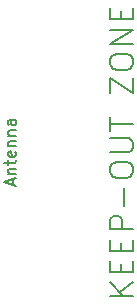
<source format=gbr>
%TF.GenerationSoftware,KiCad,Pcbnew,9.0.2*%
%TF.CreationDate,2025-09-05T17:13:16+02:00*%
%TF.ProjectId,LLM Business Card,4c4c4d20-4275-4736-996e-657373204361,rev?*%
%TF.SameCoordinates,Original*%
%TF.FileFunction,Other,Comment*%
%FSLAX46Y46*%
G04 Gerber Fmt 4.6, Leading zero omitted, Abs format (unit mm)*
G04 Created by KiCad (PCBNEW 9.0.2) date 2025-09-05 17:13:16*
%MOMM*%
%LPD*%
G01*
G04 APERTURE LIST*
%ADD10C,0.150000*%
G04 APERTURE END LIST*
D10*
X192657438Y-139242857D02*
X190657438Y-139242857D01*
X192657438Y-138100000D02*
X191514580Y-138957143D01*
X190657438Y-138100000D02*
X191800295Y-139242857D01*
X191609819Y-137242857D02*
X191609819Y-136576190D01*
X192657438Y-136290476D02*
X192657438Y-137242857D01*
X192657438Y-137242857D02*
X190657438Y-137242857D01*
X190657438Y-137242857D02*
X190657438Y-136290476D01*
X191609819Y-135433333D02*
X191609819Y-134766666D01*
X192657438Y-134480952D02*
X192657438Y-135433333D01*
X192657438Y-135433333D02*
X190657438Y-135433333D01*
X190657438Y-135433333D02*
X190657438Y-134480952D01*
X192657438Y-133623809D02*
X190657438Y-133623809D01*
X190657438Y-133623809D02*
X190657438Y-132861904D01*
X190657438Y-132861904D02*
X190752676Y-132671428D01*
X190752676Y-132671428D02*
X190847914Y-132576190D01*
X190847914Y-132576190D02*
X191038390Y-132480952D01*
X191038390Y-132480952D02*
X191324104Y-132480952D01*
X191324104Y-132480952D02*
X191514580Y-132576190D01*
X191514580Y-132576190D02*
X191609819Y-132671428D01*
X191609819Y-132671428D02*
X191705057Y-132861904D01*
X191705057Y-132861904D02*
X191705057Y-133623809D01*
X191895533Y-131623809D02*
X191895533Y-130100000D01*
X190657438Y-128766667D02*
X190657438Y-128385714D01*
X190657438Y-128385714D02*
X190752676Y-128195238D01*
X190752676Y-128195238D02*
X190943152Y-128004762D01*
X190943152Y-128004762D02*
X191324104Y-127909524D01*
X191324104Y-127909524D02*
X191990771Y-127909524D01*
X191990771Y-127909524D02*
X192371723Y-128004762D01*
X192371723Y-128004762D02*
X192562200Y-128195238D01*
X192562200Y-128195238D02*
X192657438Y-128385714D01*
X192657438Y-128385714D02*
X192657438Y-128766667D01*
X192657438Y-128766667D02*
X192562200Y-128957143D01*
X192562200Y-128957143D02*
X192371723Y-129147619D01*
X192371723Y-129147619D02*
X191990771Y-129242857D01*
X191990771Y-129242857D02*
X191324104Y-129242857D01*
X191324104Y-129242857D02*
X190943152Y-129147619D01*
X190943152Y-129147619D02*
X190752676Y-128957143D01*
X190752676Y-128957143D02*
X190657438Y-128766667D01*
X190657438Y-127052381D02*
X192276485Y-127052381D01*
X192276485Y-127052381D02*
X192466961Y-126957143D01*
X192466961Y-126957143D02*
X192562200Y-126861905D01*
X192562200Y-126861905D02*
X192657438Y-126671429D01*
X192657438Y-126671429D02*
X192657438Y-126290476D01*
X192657438Y-126290476D02*
X192562200Y-126100000D01*
X192562200Y-126100000D02*
X192466961Y-126004762D01*
X192466961Y-126004762D02*
X192276485Y-125909524D01*
X192276485Y-125909524D02*
X190657438Y-125909524D01*
X190657438Y-125242857D02*
X190657438Y-124100000D01*
X192657438Y-124671429D02*
X190657438Y-124671429D01*
X190657438Y-122099999D02*
X190657438Y-120766666D01*
X190657438Y-120766666D02*
X192657438Y-122099999D01*
X192657438Y-122099999D02*
X192657438Y-120766666D01*
X190657438Y-119623809D02*
X190657438Y-119242856D01*
X190657438Y-119242856D02*
X190752676Y-119052380D01*
X190752676Y-119052380D02*
X190943152Y-118861904D01*
X190943152Y-118861904D02*
X191324104Y-118766666D01*
X191324104Y-118766666D02*
X191990771Y-118766666D01*
X191990771Y-118766666D02*
X192371723Y-118861904D01*
X192371723Y-118861904D02*
X192562200Y-119052380D01*
X192562200Y-119052380D02*
X192657438Y-119242856D01*
X192657438Y-119242856D02*
X192657438Y-119623809D01*
X192657438Y-119623809D02*
X192562200Y-119814285D01*
X192562200Y-119814285D02*
X192371723Y-120004761D01*
X192371723Y-120004761D02*
X191990771Y-120099999D01*
X191990771Y-120099999D02*
X191324104Y-120099999D01*
X191324104Y-120099999D02*
X190943152Y-120004761D01*
X190943152Y-120004761D02*
X190752676Y-119814285D01*
X190752676Y-119814285D02*
X190657438Y-119623809D01*
X192657438Y-117909523D02*
X190657438Y-117909523D01*
X190657438Y-117909523D02*
X192657438Y-116766666D01*
X192657438Y-116766666D02*
X190657438Y-116766666D01*
X191609819Y-115814285D02*
X191609819Y-115147618D01*
X192657438Y-114861904D02*
X192657438Y-115814285D01*
X192657438Y-115814285D02*
X190657438Y-115814285D01*
X190657438Y-115814285D02*
X190657438Y-114861904D01*
X182429104Y-129811904D02*
X182429104Y-129335714D01*
X182714819Y-129907142D02*
X181714819Y-129573809D01*
X181714819Y-129573809D02*
X182714819Y-129240476D01*
X182048152Y-128907142D02*
X182714819Y-128907142D01*
X182143390Y-128907142D02*
X182095771Y-128859523D01*
X182095771Y-128859523D02*
X182048152Y-128764285D01*
X182048152Y-128764285D02*
X182048152Y-128621428D01*
X182048152Y-128621428D02*
X182095771Y-128526190D01*
X182095771Y-128526190D02*
X182191009Y-128478571D01*
X182191009Y-128478571D02*
X182714819Y-128478571D01*
X182048152Y-128145237D02*
X182048152Y-127764285D01*
X181714819Y-128002380D02*
X182571961Y-128002380D01*
X182571961Y-128002380D02*
X182667200Y-127954761D01*
X182667200Y-127954761D02*
X182714819Y-127859523D01*
X182714819Y-127859523D02*
X182714819Y-127764285D01*
X182667200Y-127049999D02*
X182714819Y-127145237D01*
X182714819Y-127145237D02*
X182714819Y-127335713D01*
X182714819Y-127335713D02*
X182667200Y-127430951D01*
X182667200Y-127430951D02*
X182571961Y-127478570D01*
X182571961Y-127478570D02*
X182191009Y-127478570D01*
X182191009Y-127478570D02*
X182095771Y-127430951D01*
X182095771Y-127430951D02*
X182048152Y-127335713D01*
X182048152Y-127335713D02*
X182048152Y-127145237D01*
X182048152Y-127145237D02*
X182095771Y-127049999D01*
X182095771Y-127049999D02*
X182191009Y-127002380D01*
X182191009Y-127002380D02*
X182286247Y-127002380D01*
X182286247Y-127002380D02*
X182381485Y-127478570D01*
X182048152Y-126573808D02*
X182714819Y-126573808D01*
X182143390Y-126573808D02*
X182095771Y-126526189D01*
X182095771Y-126526189D02*
X182048152Y-126430951D01*
X182048152Y-126430951D02*
X182048152Y-126288094D01*
X182048152Y-126288094D02*
X182095771Y-126192856D01*
X182095771Y-126192856D02*
X182191009Y-126145237D01*
X182191009Y-126145237D02*
X182714819Y-126145237D01*
X182048152Y-125669046D02*
X182714819Y-125669046D01*
X182143390Y-125669046D02*
X182095771Y-125621427D01*
X182095771Y-125621427D02*
X182048152Y-125526189D01*
X182048152Y-125526189D02*
X182048152Y-125383332D01*
X182048152Y-125383332D02*
X182095771Y-125288094D01*
X182095771Y-125288094D02*
X182191009Y-125240475D01*
X182191009Y-125240475D02*
X182714819Y-125240475D01*
X182714819Y-124335713D02*
X182191009Y-124335713D01*
X182191009Y-124335713D02*
X182095771Y-124383332D01*
X182095771Y-124383332D02*
X182048152Y-124478570D01*
X182048152Y-124478570D02*
X182048152Y-124669046D01*
X182048152Y-124669046D02*
X182095771Y-124764284D01*
X182667200Y-124335713D02*
X182714819Y-124430951D01*
X182714819Y-124430951D02*
X182714819Y-124669046D01*
X182714819Y-124669046D02*
X182667200Y-124764284D01*
X182667200Y-124764284D02*
X182571961Y-124811903D01*
X182571961Y-124811903D02*
X182476723Y-124811903D01*
X182476723Y-124811903D02*
X182381485Y-124764284D01*
X182381485Y-124764284D02*
X182333866Y-124669046D01*
X182333866Y-124669046D02*
X182333866Y-124430951D01*
X182333866Y-124430951D02*
X182286247Y-124335713D01*
M02*

</source>
